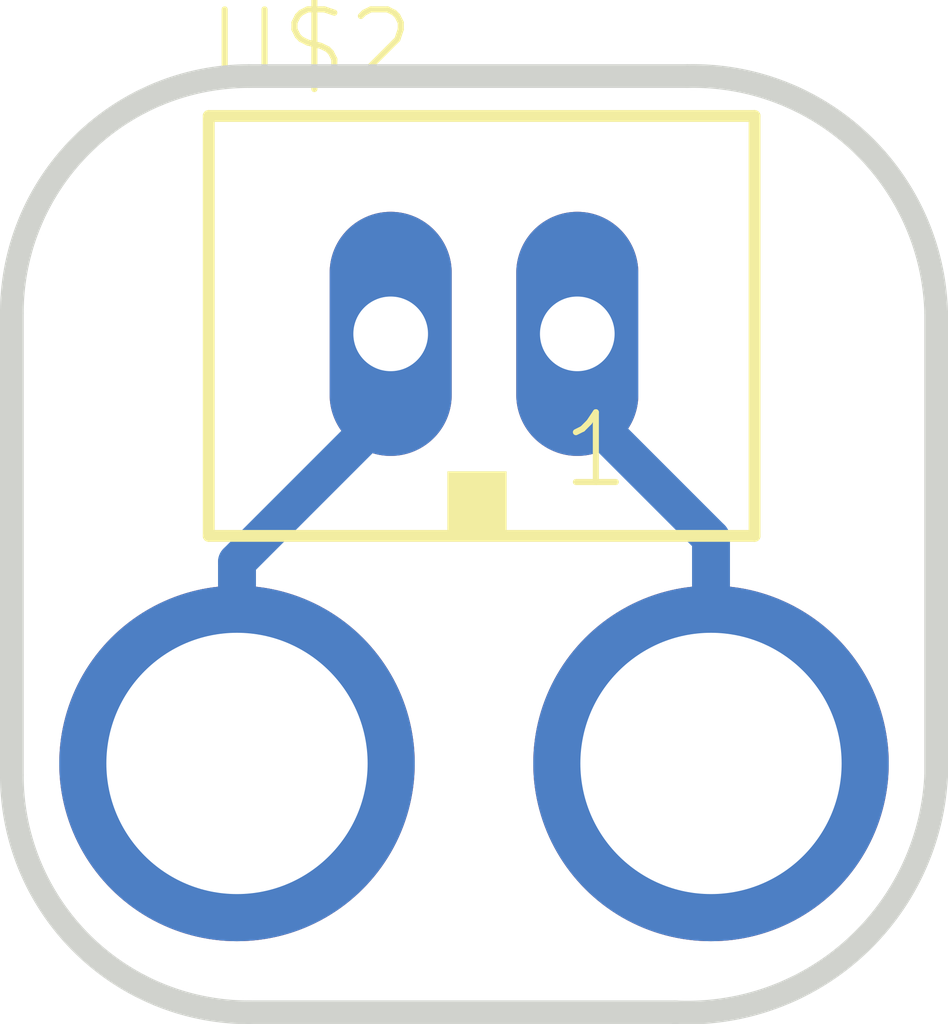
<source format=kicad_pcb>
(kicad_pcb (version 20211014) (generator pcbnew)
  (layers (0 "F.Cu" signal) (31 "B.Cu" signal) (34 "B.Paste" user) (35 "F.Paste" user) (36 "B.SilkS" user "B.Silkscreen") (37 "F.SilkS" user "F.Silkscreen") (38 "B.Mask" user) (39 "F.Mask" user) (44 "Edge.Cuts" user))
  (net 0 "")
  (net 1 "N$3")
  (net 2 "N$1")
  (footprint "weaver_btn:BUTTON_PAD" (layer "F.Cu") (at 145.9611 107.351976)
    (fp_text reference "U$1" hide)
    (fp_text value "BUTTON_PAD" hide)
    (pad "P$1" thru_hole circle (at 0 0) (size 3.81 3.81) (drill 2.8) (layers *.Cu *.Mask) (net 1 "N$3"))
  )
  (footprint "weaver_btn:BUTTON_PAD" (layer "F.Cu") (at 151.0411 107.351976)
    (fp_text reference "U$3" hide)
    (fp_text value "BUTTON_PAD" hide)
    (pad "P$1" thru_hole circle (at 0 0) (size 3.81 3.81) (drill 2.8) (layers *.Cu *.Mask) (net 2 "N$1"))
  )
  (footprint "weaver_btn:JST_B2B-PH_HEADER" (layer "F.Cu") (at 148.5331 102.795976)
    (fp_text reference "U$2" (at -2.925 -2.6825) (layer "F.SilkS") (effects (font (size 0.747776 0.747776) (thickness 0.065024)) (justify left bottom)))
    (fp_text value "JST-PH_2-PIN_HEADER" hide)
    (fp_text user "1" (at 0.875 1.635) (layer "F.SilkS") (effects (font (size 0.747776 0.747776) (thickness 0.065024)) (justify left bottom)))
    (fp_line (start 2.975 2.1175) (end -2.875 2.1175) (layer "F.SilkS") (width 0.127))
    (fp_line (start 2.975 -2.3825) (end 2.975 2.1175) (layer "F.SilkS") (width 0.127))
    (fp_line (start -2.875 2.1175) (end -2.875 -2.3825) (layer "F.SilkS") (width 0.127))
    (fp_line (start -2.875 -2.3825) (end 2.975 -2.3825) (layer "F.SilkS") (width 0.127))
    (fp_poly (pts (xy -0.3175 2.060468) (xy 0.3175 2.060468) (xy 0.3175 1.425468) (xy -0.3175 1.425468)) (layer "F.SilkS") (width 0) (fill solid))
    (pad "P1" thru_hole oval (at 1.075 -0.0475 90) (size 2.616 1.308) (drill 0.8) (layers *.Cu *.Mask) (net 2 "N$1"))
    (pad "P2" thru_hole oval (at -0.925 -0.0475 90) (size 2.616 1.308) (drill 0.8) (layers *.Cu *.Mask) (net 1 "N$3"))
  )
  (gr_line (start 146.0881 99.985976) (end 150.7871 99.985976) (layer "Edge.Cuts") (width 0.254))
  (gr_arc (start 143.5481 102.525976) (mid 144.292049 100.729925) (end 146.0881 99.985976) (layer "Edge.Cuts") (width 0.254))
  (gr_line (start 153.4541 102.525976) (end 153.4541 107.478976) (layer "Edge.Cuts") (width 0.254))
  (gr_line (start 143.5481 102.525976) (end 143.5481 107.478976) (layer "Edge.Cuts") (width 0.254))
  (gr_arc (start 150.7871 99.985976) (mid 152.646651 100.703622) (end 153.4541 102.525976) (layer "Edge.Cuts") (width 0.254))
  (gr_line (start 150.6601 110.018976) (end 146.0881 110.018976) (layer "Edge.Cuts") (width 0.254))
  (gr_arc (start 153.4541 107.478976) (mid 152.583151 109.327632) (end 150.6601 110.018976) (layer "Edge.Cuts") (width 0.254))
  (gr_arc (start 146.0881 110.018976) (mid 144.292049 109.275027) (end 143.5481 107.478976) (layer "Edge.Cuts") (width 0.254))
  (segment (start 145.9611 107.351976) (end 145.9611 105.192976) (width 0.4064) (layer "B.Cu") (net 1))
  (segment (start 147.4851 103.668976) (end 147.4851 102.871476) (width 0.4064) (layer "B.Cu") (net 1))
  (segment (start 147.4851 102.871476) (end 147.6081 102.748476) (width 0.4064) (layer "B.Cu") (net 1))
  (segment (start 145.9611 105.192976) (end 147.4851 103.668976) (width 0.4064) (layer "B.Cu") (net 1))
  (segment (start 149.6081 102.748476) (end 149.6081 103.505976) (width 0.4064) (layer "B.Cu") (net 2))
  (segment (start 149.6081 103.505976) (end 151.0411 104.938976) (width 0.4064) (layer "B.Cu") (net 2))
  (segment (start 151.0411 107.351976) (end 151.0411 104.938976) (width 0.4064) (layer "B.Cu") (net 2))
)
</source>
